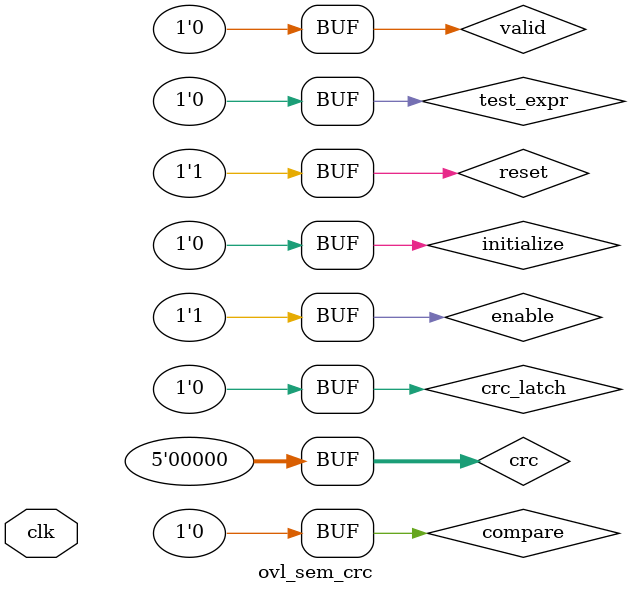
<source format=sv>
module ovl_sem_crc(input logic clk);
  logic reset = 1'b1;
  logic enable = 1'b1;
  logic [0:0] test_expr = 1'b0;
  logic initialize = 1'b0;
  logic valid = 1'b0;
`ifdef FAIL
  logic compare = 1'bx;
`else
  logic compare = 1'b0;
`endif
  logic [4:0] crc = 5'b0;
  logic crc_latch = 1'b0;
  logic [2:0] fire;

  ovl_crc #(
      .width(1),
      .data_width(1),
      .crc_width(5)) dut (
      .clock(clk),
      .reset(reset),
      .enable(enable),
      .test_expr(test_expr),
      .initialize(initialize),
      .valid(valid),
      .compare(compare),
      .crc(crc),
      .crc_latch(crc_latch),
      .fire(fire));
endmodule

</source>
